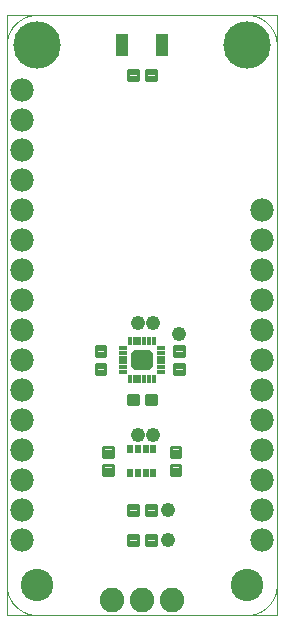
<source format=gts>
G75*
%MOIN*%
%OFA0B0*%
%FSLAX25Y25*%
%IPPOS*%
%LPD*%
%AMOC8*
5,1,8,0,0,1.08239X$1,22.5*
%
%ADD10C,0.00000*%
%ADD11C,0.01075*%
%ADD12C,0.08200*%
%ADD13C,0.10800*%
%ADD14C,0.15800*%
%ADD15C,0.07800*%
%ADD16R,0.02178X0.02769*%
%ADD17R,0.03950X0.07493*%
%ADD18R,0.03162X0.01587*%
%ADD19R,0.01587X0.03162*%
%ADD20C,0.03431*%
%ADD21C,0.04762*%
D10*
X0005000Y0004300D02*
X0005000Y0204261D01*
X0094951Y0204261D01*
X0094951Y0004300D01*
X0005000Y0004300D01*
X0005000Y0014300D02*
X0005000Y0194300D01*
X0005003Y0194542D01*
X0005012Y0194783D01*
X0005026Y0195024D01*
X0005047Y0195265D01*
X0005073Y0195505D01*
X0005105Y0195745D01*
X0005143Y0195984D01*
X0005186Y0196221D01*
X0005236Y0196458D01*
X0005291Y0196693D01*
X0005351Y0196927D01*
X0005418Y0197159D01*
X0005489Y0197390D01*
X0005567Y0197619D01*
X0005650Y0197846D01*
X0005738Y0198071D01*
X0005832Y0198294D01*
X0005931Y0198514D01*
X0006036Y0198732D01*
X0006145Y0198947D01*
X0006260Y0199160D01*
X0006380Y0199370D01*
X0006505Y0199576D01*
X0006635Y0199780D01*
X0006770Y0199981D01*
X0006910Y0200178D01*
X0007054Y0200372D01*
X0007203Y0200562D01*
X0007357Y0200748D01*
X0007515Y0200931D01*
X0007677Y0201110D01*
X0007844Y0201285D01*
X0008015Y0201456D01*
X0008190Y0201623D01*
X0008369Y0201785D01*
X0008552Y0201943D01*
X0008738Y0202097D01*
X0008928Y0202246D01*
X0009122Y0202390D01*
X0009319Y0202530D01*
X0009520Y0202665D01*
X0009724Y0202795D01*
X0009930Y0202920D01*
X0010140Y0203040D01*
X0010353Y0203155D01*
X0010568Y0203264D01*
X0010786Y0203369D01*
X0011006Y0203468D01*
X0011229Y0203562D01*
X0011454Y0203650D01*
X0011681Y0203733D01*
X0011910Y0203811D01*
X0012141Y0203882D01*
X0012373Y0203949D01*
X0012607Y0204009D01*
X0012842Y0204064D01*
X0013079Y0204114D01*
X0013316Y0204157D01*
X0013555Y0204195D01*
X0013795Y0204227D01*
X0014035Y0204253D01*
X0014276Y0204274D01*
X0014517Y0204288D01*
X0014758Y0204297D01*
X0015000Y0204300D01*
X0085000Y0204300D01*
X0085242Y0204297D01*
X0085483Y0204288D01*
X0085724Y0204274D01*
X0085965Y0204253D01*
X0086205Y0204227D01*
X0086445Y0204195D01*
X0086684Y0204157D01*
X0086921Y0204114D01*
X0087158Y0204064D01*
X0087393Y0204009D01*
X0087627Y0203949D01*
X0087859Y0203882D01*
X0088090Y0203811D01*
X0088319Y0203733D01*
X0088546Y0203650D01*
X0088771Y0203562D01*
X0088994Y0203468D01*
X0089214Y0203369D01*
X0089432Y0203264D01*
X0089647Y0203155D01*
X0089860Y0203040D01*
X0090070Y0202920D01*
X0090276Y0202795D01*
X0090480Y0202665D01*
X0090681Y0202530D01*
X0090878Y0202390D01*
X0091072Y0202246D01*
X0091262Y0202097D01*
X0091448Y0201943D01*
X0091631Y0201785D01*
X0091810Y0201623D01*
X0091985Y0201456D01*
X0092156Y0201285D01*
X0092323Y0201110D01*
X0092485Y0200931D01*
X0092643Y0200748D01*
X0092797Y0200562D01*
X0092946Y0200372D01*
X0093090Y0200178D01*
X0093230Y0199981D01*
X0093365Y0199780D01*
X0093495Y0199576D01*
X0093620Y0199370D01*
X0093740Y0199160D01*
X0093855Y0198947D01*
X0093964Y0198732D01*
X0094069Y0198514D01*
X0094168Y0198294D01*
X0094262Y0198071D01*
X0094350Y0197846D01*
X0094433Y0197619D01*
X0094511Y0197390D01*
X0094582Y0197159D01*
X0094649Y0196927D01*
X0094709Y0196693D01*
X0094764Y0196458D01*
X0094814Y0196221D01*
X0094857Y0195984D01*
X0094895Y0195745D01*
X0094927Y0195505D01*
X0094953Y0195265D01*
X0094974Y0195024D01*
X0094988Y0194783D01*
X0094997Y0194542D01*
X0095000Y0194300D01*
X0095000Y0014300D01*
X0080000Y0014300D02*
X0080002Y0014441D01*
X0080008Y0014582D01*
X0080018Y0014722D01*
X0080032Y0014862D01*
X0080050Y0015002D01*
X0080071Y0015141D01*
X0080097Y0015280D01*
X0080126Y0015418D01*
X0080160Y0015554D01*
X0080197Y0015690D01*
X0080238Y0015825D01*
X0080283Y0015959D01*
X0080332Y0016091D01*
X0080384Y0016222D01*
X0080440Y0016351D01*
X0080500Y0016478D01*
X0080563Y0016604D01*
X0080629Y0016728D01*
X0080700Y0016851D01*
X0080773Y0016971D01*
X0080850Y0017089D01*
X0080930Y0017205D01*
X0081014Y0017318D01*
X0081100Y0017429D01*
X0081190Y0017538D01*
X0081283Y0017644D01*
X0081378Y0017747D01*
X0081477Y0017848D01*
X0081578Y0017946D01*
X0081682Y0018041D01*
X0081789Y0018133D01*
X0081898Y0018222D01*
X0082010Y0018307D01*
X0082124Y0018390D01*
X0082240Y0018470D01*
X0082359Y0018546D01*
X0082480Y0018618D01*
X0082602Y0018688D01*
X0082727Y0018753D01*
X0082853Y0018816D01*
X0082981Y0018874D01*
X0083111Y0018929D01*
X0083242Y0018981D01*
X0083375Y0019028D01*
X0083509Y0019072D01*
X0083644Y0019113D01*
X0083780Y0019149D01*
X0083917Y0019181D01*
X0084055Y0019210D01*
X0084193Y0019235D01*
X0084333Y0019255D01*
X0084473Y0019272D01*
X0084613Y0019285D01*
X0084754Y0019294D01*
X0084894Y0019299D01*
X0085035Y0019300D01*
X0085176Y0019297D01*
X0085317Y0019290D01*
X0085457Y0019279D01*
X0085597Y0019264D01*
X0085737Y0019245D01*
X0085876Y0019223D01*
X0086014Y0019196D01*
X0086152Y0019166D01*
X0086288Y0019131D01*
X0086424Y0019093D01*
X0086558Y0019051D01*
X0086692Y0019005D01*
X0086824Y0018956D01*
X0086954Y0018902D01*
X0087083Y0018845D01*
X0087210Y0018785D01*
X0087336Y0018721D01*
X0087459Y0018653D01*
X0087581Y0018582D01*
X0087701Y0018508D01*
X0087818Y0018430D01*
X0087933Y0018349D01*
X0088046Y0018265D01*
X0088157Y0018178D01*
X0088265Y0018087D01*
X0088370Y0017994D01*
X0088473Y0017897D01*
X0088573Y0017798D01*
X0088670Y0017696D01*
X0088764Y0017591D01*
X0088855Y0017484D01*
X0088943Y0017374D01*
X0089028Y0017262D01*
X0089110Y0017147D01*
X0089189Y0017030D01*
X0089264Y0016911D01*
X0089336Y0016790D01*
X0089404Y0016667D01*
X0089469Y0016542D01*
X0089531Y0016415D01*
X0089588Y0016286D01*
X0089643Y0016156D01*
X0089693Y0016025D01*
X0089740Y0015892D01*
X0089783Y0015758D01*
X0089822Y0015622D01*
X0089857Y0015486D01*
X0089889Y0015349D01*
X0089916Y0015211D01*
X0089940Y0015072D01*
X0089960Y0014932D01*
X0089976Y0014792D01*
X0089988Y0014652D01*
X0089996Y0014511D01*
X0090000Y0014370D01*
X0090000Y0014230D01*
X0089996Y0014089D01*
X0089988Y0013948D01*
X0089976Y0013808D01*
X0089960Y0013668D01*
X0089940Y0013528D01*
X0089916Y0013389D01*
X0089889Y0013251D01*
X0089857Y0013114D01*
X0089822Y0012978D01*
X0089783Y0012842D01*
X0089740Y0012708D01*
X0089693Y0012575D01*
X0089643Y0012444D01*
X0089588Y0012314D01*
X0089531Y0012185D01*
X0089469Y0012058D01*
X0089404Y0011933D01*
X0089336Y0011810D01*
X0089264Y0011689D01*
X0089189Y0011570D01*
X0089110Y0011453D01*
X0089028Y0011338D01*
X0088943Y0011226D01*
X0088855Y0011116D01*
X0088764Y0011009D01*
X0088670Y0010904D01*
X0088573Y0010802D01*
X0088473Y0010703D01*
X0088370Y0010606D01*
X0088265Y0010513D01*
X0088157Y0010422D01*
X0088046Y0010335D01*
X0087933Y0010251D01*
X0087818Y0010170D01*
X0087701Y0010092D01*
X0087581Y0010018D01*
X0087459Y0009947D01*
X0087336Y0009879D01*
X0087210Y0009815D01*
X0087083Y0009755D01*
X0086954Y0009698D01*
X0086824Y0009644D01*
X0086692Y0009595D01*
X0086558Y0009549D01*
X0086424Y0009507D01*
X0086288Y0009469D01*
X0086152Y0009434D01*
X0086014Y0009404D01*
X0085876Y0009377D01*
X0085737Y0009355D01*
X0085597Y0009336D01*
X0085457Y0009321D01*
X0085317Y0009310D01*
X0085176Y0009303D01*
X0085035Y0009300D01*
X0084894Y0009301D01*
X0084754Y0009306D01*
X0084613Y0009315D01*
X0084473Y0009328D01*
X0084333Y0009345D01*
X0084193Y0009365D01*
X0084055Y0009390D01*
X0083917Y0009419D01*
X0083780Y0009451D01*
X0083644Y0009487D01*
X0083509Y0009528D01*
X0083375Y0009572D01*
X0083242Y0009619D01*
X0083111Y0009671D01*
X0082981Y0009726D01*
X0082853Y0009784D01*
X0082727Y0009847D01*
X0082602Y0009912D01*
X0082480Y0009982D01*
X0082359Y0010054D01*
X0082240Y0010130D01*
X0082124Y0010210D01*
X0082010Y0010293D01*
X0081898Y0010378D01*
X0081789Y0010467D01*
X0081682Y0010559D01*
X0081578Y0010654D01*
X0081477Y0010752D01*
X0081378Y0010853D01*
X0081283Y0010956D01*
X0081190Y0011062D01*
X0081100Y0011171D01*
X0081014Y0011282D01*
X0080930Y0011395D01*
X0080850Y0011511D01*
X0080773Y0011629D01*
X0080700Y0011749D01*
X0080629Y0011872D01*
X0080563Y0011996D01*
X0080500Y0012122D01*
X0080440Y0012249D01*
X0080384Y0012378D01*
X0080332Y0012509D01*
X0080283Y0012641D01*
X0080238Y0012775D01*
X0080197Y0012910D01*
X0080160Y0013046D01*
X0080126Y0013182D01*
X0080097Y0013320D01*
X0080071Y0013459D01*
X0080050Y0013598D01*
X0080032Y0013738D01*
X0080018Y0013878D01*
X0080008Y0014018D01*
X0080002Y0014159D01*
X0080000Y0014300D01*
X0085000Y0004300D02*
X0085242Y0004303D01*
X0085483Y0004312D01*
X0085724Y0004326D01*
X0085965Y0004347D01*
X0086205Y0004373D01*
X0086445Y0004405D01*
X0086684Y0004443D01*
X0086921Y0004486D01*
X0087158Y0004536D01*
X0087393Y0004591D01*
X0087627Y0004651D01*
X0087859Y0004718D01*
X0088090Y0004789D01*
X0088319Y0004867D01*
X0088546Y0004950D01*
X0088771Y0005038D01*
X0088994Y0005132D01*
X0089214Y0005231D01*
X0089432Y0005336D01*
X0089647Y0005445D01*
X0089860Y0005560D01*
X0090070Y0005680D01*
X0090276Y0005805D01*
X0090480Y0005935D01*
X0090681Y0006070D01*
X0090878Y0006210D01*
X0091072Y0006354D01*
X0091262Y0006503D01*
X0091448Y0006657D01*
X0091631Y0006815D01*
X0091810Y0006977D01*
X0091985Y0007144D01*
X0092156Y0007315D01*
X0092323Y0007490D01*
X0092485Y0007669D01*
X0092643Y0007852D01*
X0092797Y0008038D01*
X0092946Y0008228D01*
X0093090Y0008422D01*
X0093230Y0008619D01*
X0093365Y0008820D01*
X0093495Y0009024D01*
X0093620Y0009230D01*
X0093740Y0009440D01*
X0093855Y0009653D01*
X0093964Y0009868D01*
X0094069Y0010086D01*
X0094168Y0010306D01*
X0094262Y0010529D01*
X0094350Y0010754D01*
X0094433Y0010981D01*
X0094511Y0011210D01*
X0094582Y0011441D01*
X0094649Y0011673D01*
X0094709Y0011907D01*
X0094764Y0012142D01*
X0094814Y0012379D01*
X0094857Y0012616D01*
X0094895Y0012855D01*
X0094927Y0013095D01*
X0094953Y0013335D01*
X0094974Y0013576D01*
X0094988Y0013817D01*
X0094997Y0014058D01*
X0095000Y0014300D01*
X0085000Y0004300D02*
X0015000Y0004300D01*
X0010000Y0014300D02*
X0010002Y0014441D01*
X0010008Y0014582D01*
X0010018Y0014722D01*
X0010032Y0014862D01*
X0010050Y0015002D01*
X0010071Y0015141D01*
X0010097Y0015280D01*
X0010126Y0015418D01*
X0010160Y0015554D01*
X0010197Y0015690D01*
X0010238Y0015825D01*
X0010283Y0015959D01*
X0010332Y0016091D01*
X0010384Y0016222D01*
X0010440Y0016351D01*
X0010500Y0016478D01*
X0010563Y0016604D01*
X0010629Y0016728D01*
X0010700Y0016851D01*
X0010773Y0016971D01*
X0010850Y0017089D01*
X0010930Y0017205D01*
X0011014Y0017318D01*
X0011100Y0017429D01*
X0011190Y0017538D01*
X0011283Y0017644D01*
X0011378Y0017747D01*
X0011477Y0017848D01*
X0011578Y0017946D01*
X0011682Y0018041D01*
X0011789Y0018133D01*
X0011898Y0018222D01*
X0012010Y0018307D01*
X0012124Y0018390D01*
X0012240Y0018470D01*
X0012359Y0018546D01*
X0012480Y0018618D01*
X0012602Y0018688D01*
X0012727Y0018753D01*
X0012853Y0018816D01*
X0012981Y0018874D01*
X0013111Y0018929D01*
X0013242Y0018981D01*
X0013375Y0019028D01*
X0013509Y0019072D01*
X0013644Y0019113D01*
X0013780Y0019149D01*
X0013917Y0019181D01*
X0014055Y0019210D01*
X0014193Y0019235D01*
X0014333Y0019255D01*
X0014473Y0019272D01*
X0014613Y0019285D01*
X0014754Y0019294D01*
X0014894Y0019299D01*
X0015035Y0019300D01*
X0015176Y0019297D01*
X0015317Y0019290D01*
X0015457Y0019279D01*
X0015597Y0019264D01*
X0015737Y0019245D01*
X0015876Y0019223D01*
X0016014Y0019196D01*
X0016152Y0019166D01*
X0016288Y0019131D01*
X0016424Y0019093D01*
X0016558Y0019051D01*
X0016692Y0019005D01*
X0016824Y0018956D01*
X0016954Y0018902D01*
X0017083Y0018845D01*
X0017210Y0018785D01*
X0017336Y0018721D01*
X0017459Y0018653D01*
X0017581Y0018582D01*
X0017701Y0018508D01*
X0017818Y0018430D01*
X0017933Y0018349D01*
X0018046Y0018265D01*
X0018157Y0018178D01*
X0018265Y0018087D01*
X0018370Y0017994D01*
X0018473Y0017897D01*
X0018573Y0017798D01*
X0018670Y0017696D01*
X0018764Y0017591D01*
X0018855Y0017484D01*
X0018943Y0017374D01*
X0019028Y0017262D01*
X0019110Y0017147D01*
X0019189Y0017030D01*
X0019264Y0016911D01*
X0019336Y0016790D01*
X0019404Y0016667D01*
X0019469Y0016542D01*
X0019531Y0016415D01*
X0019588Y0016286D01*
X0019643Y0016156D01*
X0019693Y0016025D01*
X0019740Y0015892D01*
X0019783Y0015758D01*
X0019822Y0015622D01*
X0019857Y0015486D01*
X0019889Y0015349D01*
X0019916Y0015211D01*
X0019940Y0015072D01*
X0019960Y0014932D01*
X0019976Y0014792D01*
X0019988Y0014652D01*
X0019996Y0014511D01*
X0020000Y0014370D01*
X0020000Y0014230D01*
X0019996Y0014089D01*
X0019988Y0013948D01*
X0019976Y0013808D01*
X0019960Y0013668D01*
X0019940Y0013528D01*
X0019916Y0013389D01*
X0019889Y0013251D01*
X0019857Y0013114D01*
X0019822Y0012978D01*
X0019783Y0012842D01*
X0019740Y0012708D01*
X0019693Y0012575D01*
X0019643Y0012444D01*
X0019588Y0012314D01*
X0019531Y0012185D01*
X0019469Y0012058D01*
X0019404Y0011933D01*
X0019336Y0011810D01*
X0019264Y0011689D01*
X0019189Y0011570D01*
X0019110Y0011453D01*
X0019028Y0011338D01*
X0018943Y0011226D01*
X0018855Y0011116D01*
X0018764Y0011009D01*
X0018670Y0010904D01*
X0018573Y0010802D01*
X0018473Y0010703D01*
X0018370Y0010606D01*
X0018265Y0010513D01*
X0018157Y0010422D01*
X0018046Y0010335D01*
X0017933Y0010251D01*
X0017818Y0010170D01*
X0017701Y0010092D01*
X0017581Y0010018D01*
X0017459Y0009947D01*
X0017336Y0009879D01*
X0017210Y0009815D01*
X0017083Y0009755D01*
X0016954Y0009698D01*
X0016824Y0009644D01*
X0016692Y0009595D01*
X0016558Y0009549D01*
X0016424Y0009507D01*
X0016288Y0009469D01*
X0016152Y0009434D01*
X0016014Y0009404D01*
X0015876Y0009377D01*
X0015737Y0009355D01*
X0015597Y0009336D01*
X0015457Y0009321D01*
X0015317Y0009310D01*
X0015176Y0009303D01*
X0015035Y0009300D01*
X0014894Y0009301D01*
X0014754Y0009306D01*
X0014613Y0009315D01*
X0014473Y0009328D01*
X0014333Y0009345D01*
X0014193Y0009365D01*
X0014055Y0009390D01*
X0013917Y0009419D01*
X0013780Y0009451D01*
X0013644Y0009487D01*
X0013509Y0009528D01*
X0013375Y0009572D01*
X0013242Y0009619D01*
X0013111Y0009671D01*
X0012981Y0009726D01*
X0012853Y0009784D01*
X0012727Y0009847D01*
X0012602Y0009912D01*
X0012480Y0009982D01*
X0012359Y0010054D01*
X0012240Y0010130D01*
X0012124Y0010210D01*
X0012010Y0010293D01*
X0011898Y0010378D01*
X0011789Y0010467D01*
X0011682Y0010559D01*
X0011578Y0010654D01*
X0011477Y0010752D01*
X0011378Y0010853D01*
X0011283Y0010956D01*
X0011190Y0011062D01*
X0011100Y0011171D01*
X0011014Y0011282D01*
X0010930Y0011395D01*
X0010850Y0011511D01*
X0010773Y0011629D01*
X0010700Y0011749D01*
X0010629Y0011872D01*
X0010563Y0011996D01*
X0010500Y0012122D01*
X0010440Y0012249D01*
X0010384Y0012378D01*
X0010332Y0012509D01*
X0010283Y0012641D01*
X0010238Y0012775D01*
X0010197Y0012910D01*
X0010160Y0013046D01*
X0010126Y0013182D01*
X0010097Y0013320D01*
X0010071Y0013459D01*
X0010050Y0013598D01*
X0010032Y0013738D01*
X0010018Y0013878D01*
X0010008Y0014018D01*
X0010002Y0014159D01*
X0010000Y0014300D01*
X0005000Y0014300D02*
X0005003Y0014058D01*
X0005012Y0013817D01*
X0005026Y0013576D01*
X0005047Y0013335D01*
X0005073Y0013095D01*
X0005105Y0012855D01*
X0005143Y0012616D01*
X0005186Y0012379D01*
X0005236Y0012142D01*
X0005291Y0011907D01*
X0005351Y0011673D01*
X0005418Y0011441D01*
X0005489Y0011210D01*
X0005567Y0010981D01*
X0005650Y0010754D01*
X0005738Y0010529D01*
X0005832Y0010306D01*
X0005931Y0010086D01*
X0006036Y0009868D01*
X0006145Y0009653D01*
X0006260Y0009440D01*
X0006380Y0009230D01*
X0006505Y0009024D01*
X0006635Y0008820D01*
X0006770Y0008619D01*
X0006910Y0008422D01*
X0007054Y0008228D01*
X0007203Y0008038D01*
X0007357Y0007852D01*
X0007515Y0007669D01*
X0007677Y0007490D01*
X0007844Y0007315D01*
X0008015Y0007144D01*
X0008190Y0006977D01*
X0008369Y0006815D01*
X0008552Y0006657D01*
X0008738Y0006503D01*
X0008928Y0006354D01*
X0009122Y0006210D01*
X0009319Y0006070D01*
X0009520Y0005935D01*
X0009724Y0005805D01*
X0009930Y0005680D01*
X0010140Y0005560D01*
X0010353Y0005445D01*
X0010568Y0005336D01*
X0010786Y0005231D01*
X0011006Y0005132D01*
X0011229Y0005038D01*
X0011454Y0004950D01*
X0011681Y0004867D01*
X0011910Y0004789D01*
X0012141Y0004718D01*
X0012373Y0004651D01*
X0012607Y0004591D01*
X0012842Y0004536D01*
X0013079Y0004486D01*
X0013316Y0004443D01*
X0013555Y0004405D01*
X0013795Y0004373D01*
X0014035Y0004347D01*
X0014276Y0004326D01*
X0014517Y0004312D01*
X0014758Y0004303D01*
X0015000Y0004300D01*
D11*
X0040363Y0050937D02*
X0040363Y0054163D01*
X0040363Y0050937D02*
X0037137Y0050937D01*
X0037137Y0054163D01*
X0040363Y0054163D01*
X0040363Y0052011D02*
X0037137Y0052011D01*
X0037137Y0053085D02*
X0040363Y0053085D01*
X0040363Y0054159D02*
X0037137Y0054159D01*
X0040363Y0056937D02*
X0040363Y0060163D01*
X0040363Y0056937D02*
X0037137Y0056937D01*
X0037137Y0060163D01*
X0040363Y0060163D01*
X0040363Y0058011D02*
X0037137Y0058011D01*
X0037137Y0059085D02*
X0040363Y0059085D01*
X0040363Y0060159D02*
X0037137Y0060159D01*
X0045387Y0074562D02*
X0048613Y0074562D01*
X0045387Y0074562D02*
X0045387Y0077788D01*
X0048613Y0077788D01*
X0048613Y0074562D01*
X0048613Y0075636D02*
X0045387Y0075636D01*
X0045387Y0076710D02*
X0048613Y0076710D01*
X0048613Y0077784D02*
X0045387Y0077784D01*
X0051387Y0074562D02*
X0054613Y0074562D01*
X0051387Y0074562D02*
X0051387Y0077788D01*
X0054613Y0077788D01*
X0054613Y0074562D01*
X0054613Y0075636D02*
X0051387Y0075636D01*
X0051387Y0076710D02*
X0054613Y0076710D01*
X0054613Y0077784D02*
X0051387Y0077784D01*
X0062863Y0060163D02*
X0062863Y0056937D01*
X0059637Y0056937D01*
X0059637Y0060163D01*
X0062863Y0060163D01*
X0062863Y0058011D02*
X0059637Y0058011D01*
X0059637Y0059085D02*
X0062863Y0059085D01*
X0062863Y0060159D02*
X0059637Y0060159D01*
X0062863Y0054163D02*
X0062863Y0050937D01*
X0059637Y0050937D01*
X0059637Y0054163D01*
X0062863Y0054163D01*
X0062863Y0052011D02*
X0059637Y0052011D01*
X0059637Y0053085D02*
X0062863Y0053085D01*
X0062863Y0054159D02*
X0059637Y0054159D01*
X0054613Y0040913D02*
X0051387Y0040913D01*
X0054613Y0040913D02*
X0054613Y0037687D01*
X0051387Y0037687D01*
X0051387Y0040913D01*
X0051387Y0038761D02*
X0054613Y0038761D01*
X0054613Y0039835D02*
X0051387Y0039835D01*
X0051387Y0040909D02*
X0054613Y0040909D01*
X0054613Y0030913D02*
X0051387Y0030913D01*
X0054613Y0030913D02*
X0054613Y0027687D01*
X0051387Y0027687D01*
X0051387Y0030913D01*
X0051387Y0028761D02*
X0054613Y0028761D01*
X0054613Y0029835D02*
X0051387Y0029835D01*
X0051387Y0030909D02*
X0054613Y0030909D01*
X0048613Y0030913D02*
X0045387Y0030913D01*
X0048613Y0030913D02*
X0048613Y0027687D01*
X0045387Y0027687D01*
X0045387Y0030913D01*
X0045387Y0028761D02*
X0048613Y0028761D01*
X0048613Y0029835D02*
X0045387Y0029835D01*
X0045387Y0030909D02*
X0048613Y0030909D01*
X0048613Y0040913D02*
X0045387Y0040913D01*
X0048613Y0040913D02*
X0048613Y0037687D01*
X0045387Y0037687D01*
X0045387Y0040913D01*
X0045387Y0038761D02*
X0048613Y0038761D01*
X0048613Y0039835D02*
X0045387Y0039835D01*
X0045387Y0040909D02*
X0048613Y0040909D01*
X0034637Y0084687D02*
X0034637Y0087913D01*
X0037863Y0087913D01*
X0037863Y0084687D01*
X0034637Y0084687D01*
X0034637Y0085761D02*
X0037863Y0085761D01*
X0037863Y0086835D02*
X0034637Y0086835D01*
X0034637Y0087909D02*
X0037863Y0087909D01*
X0034637Y0090687D02*
X0034637Y0093913D01*
X0037863Y0093913D01*
X0037863Y0090687D01*
X0034637Y0090687D01*
X0034637Y0091761D02*
X0037863Y0091761D01*
X0037863Y0092835D02*
X0034637Y0092835D01*
X0034637Y0093909D02*
X0037863Y0093909D01*
X0064113Y0093913D02*
X0064113Y0090687D01*
X0060887Y0090687D01*
X0060887Y0093913D01*
X0064113Y0093913D01*
X0064113Y0091761D02*
X0060887Y0091761D01*
X0060887Y0092835D02*
X0064113Y0092835D01*
X0064113Y0093909D02*
X0060887Y0093909D01*
X0064113Y0087913D02*
X0064113Y0084687D01*
X0060887Y0084687D01*
X0060887Y0087913D01*
X0064113Y0087913D01*
X0064113Y0085761D02*
X0060887Y0085761D01*
X0060887Y0086835D02*
X0064113Y0086835D01*
X0064113Y0087909D02*
X0060887Y0087909D01*
X0054613Y0185913D02*
X0051387Y0185913D01*
X0054613Y0185913D02*
X0054613Y0182687D01*
X0051387Y0182687D01*
X0051387Y0185913D01*
X0051387Y0183761D02*
X0054613Y0183761D01*
X0054613Y0184835D02*
X0051387Y0184835D01*
X0051387Y0185909D02*
X0054613Y0185909D01*
X0048613Y0185913D02*
X0045387Y0185913D01*
X0048613Y0185913D02*
X0048613Y0182687D01*
X0045387Y0182687D01*
X0045387Y0185913D01*
X0045387Y0183761D02*
X0048613Y0183761D01*
X0048613Y0184835D02*
X0045387Y0184835D01*
X0045387Y0185909D02*
X0048613Y0185909D01*
D12*
X0050000Y0009300D03*
X0040000Y0009300D03*
X0060000Y0009300D03*
D13*
X0085000Y0014300D03*
X0015000Y0014300D03*
D14*
X0015000Y0194300D03*
X0085000Y0194300D03*
D15*
X0090000Y0139300D03*
X0090000Y0129300D03*
X0090000Y0119300D03*
X0090000Y0109300D03*
X0090000Y0099300D03*
X0090000Y0089300D03*
X0090000Y0079300D03*
X0090000Y0069300D03*
X0090000Y0059300D03*
X0090000Y0049300D03*
X0090000Y0039300D03*
X0090000Y0029300D03*
X0010000Y0029300D03*
X0010000Y0039300D03*
X0010000Y0049300D03*
X0010000Y0059300D03*
X0010000Y0069300D03*
X0010000Y0079300D03*
X0010000Y0089300D03*
X0010000Y0099300D03*
X0010000Y0109300D03*
X0010000Y0119300D03*
X0010000Y0129300D03*
X0010000Y0139300D03*
X0010000Y0149300D03*
X0010000Y0159300D03*
X0010000Y0169300D03*
X0010000Y0179300D03*
D16*
X0046161Y0059585D03*
X0048720Y0059585D03*
X0051280Y0059585D03*
X0053839Y0059585D03*
X0053839Y0051515D03*
X0051280Y0051515D03*
X0048720Y0051515D03*
X0046161Y0051515D03*
D17*
X0043307Y0194300D03*
X0056693Y0194300D03*
D18*
X0056299Y0093237D03*
X0056299Y0091662D03*
X0056299Y0090087D03*
X0056299Y0088513D03*
X0056299Y0086938D03*
X0056299Y0085363D03*
X0043701Y0085363D03*
X0043701Y0086938D03*
X0043701Y0088513D03*
X0043701Y0090087D03*
X0043701Y0091662D03*
X0043701Y0093237D03*
D19*
X0046063Y0095599D03*
X0047638Y0095599D03*
X0049213Y0095599D03*
X0050787Y0095599D03*
X0052362Y0095599D03*
X0053937Y0095599D03*
X0053937Y0083001D03*
X0052362Y0083001D03*
X0050787Y0083001D03*
X0049213Y0083001D03*
X0047638Y0083001D03*
X0046063Y0083001D03*
D20*
X0047969Y0087584D02*
X0052031Y0087584D01*
X0047969Y0087584D02*
X0047969Y0091016D01*
X0052031Y0091016D01*
X0052031Y0087584D01*
X0052031Y0091014D02*
X0047969Y0091014D01*
D21*
X0048701Y0101495D03*
X0053819Y0101529D03*
X0062500Y0098050D03*
X0053750Y0064300D03*
X0048750Y0064300D03*
X0058750Y0039300D03*
X0058750Y0029300D03*
M02*

</source>
